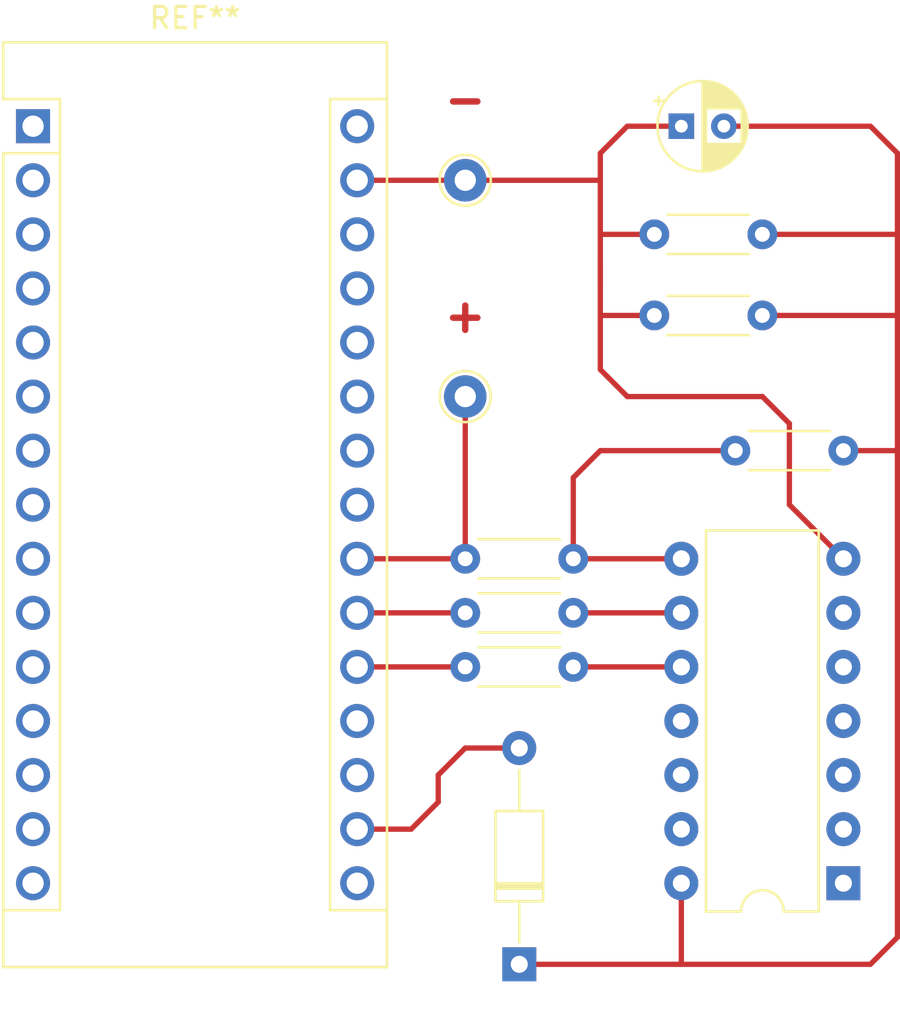
<source format=kicad_pcb>
(kicad_pcb (version 20171130) (host pcbnew "(5.1.6)-1")

  (general
    (thickness 1.6)
    (drawings 2)
    (tracks 41)
    (zones 0)
    (modules 12)
    (nets 1)
  )

  (page A4)
  (layers
    (0 F.Cu signal)
    (31 B.Cu signal)
    (32 B.Adhes user)
    (33 F.Adhes user)
    (34 B.Paste user)
    (35 F.Paste user)
    (36 B.SilkS user)
    (37 F.SilkS user)
    (38 B.Mask user)
    (39 F.Mask user)
    (40 Dwgs.User user)
    (41 Cmts.User user)
    (42 Eco1.User user)
    (43 Eco2.User user)
    (44 Edge.Cuts user)
    (45 Margin user)
    (46 B.CrtYd user)
    (47 F.CrtYd user)
    (48 B.Fab user)
    (49 F.Fab user)
  )

  (setup
    (last_trace_width 0.25)
    (trace_clearance 0.2)
    (zone_clearance 0.508)
    (zone_45_only no)
    (trace_min 0.2)
    (via_size 0.8)
    (via_drill 0.4)
    (via_min_size 0.4)
    (via_min_drill 0.3)
    (uvia_size 0.3)
    (uvia_drill 0.1)
    (uvias_allowed no)
    (uvia_min_size 0.2)
    (uvia_min_drill 0.1)
    (edge_width 0.05)
    (segment_width 0.2)
    (pcb_text_width 0.3)
    (pcb_text_size 1.5 1.5)
    (mod_edge_width 0.12)
    (mod_text_size 1 1)
    (mod_text_width 0.15)
    (pad_size 1.524 1.524)
    (pad_drill 0.762)
    (pad_to_mask_clearance 0.05)
    (aux_axis_origin 0 0)
    (visible_elements FFFFFF7F)
    (pcbplotparams
      (layerselection 0x010fc_ffffffff)
      (usegerberextensions false)
      (usegerberattributes true)
      (usegerberadvancedattributes true)
      (creategerberjobfile true)
      (excludeedgelayer true)
      (linewidth 0.100000)
      (plotframeref false)
      (viasonmask false)
      (mode 1)
      (useauxorigin false)
      (hpglpennumber 1)
      (hpglpenspeed 20)
      (hpglpendiameter 15.000000)
      (psnegative false)
      (psa4output false)
      (plotreference true)
      (plotvalue true)
      (plotinvisibletext false)
      (padsonsilk false)
      (subtractmaskfromsilk false)
      (outputformat 1)
      (mirror false)
      (drillshape 1)
      (scaleselection 1)
      (outputdirectory ""))
  )

  (net 0 "")

  (net_class Default "This is the default net class."
    (clearance 0.2)
    (trace_width 0.25)
    (via_dia 0.8)
    (via_drill 0.4)
    (uvia_dia 0.3)
    (uvia_drill 0.1)
  )

  (module TestPoint:TestPoint_THTPad_D2.0mm_Drill1.0mm (layer F.Cu) (tedit 5A0F774F) (tstamp 5EE4A65E)
    (at 60.96 96.52)
    (descr "THT pad as test Point, diameter 2.0mm, hole diameter 1.0mm")
    (tags "test point THT pad")
    (attr virtual)
    (fp_text reference REF** (at 0 -1.998) (layer F.SilkS) hide
      (effects (font (size 1 1) (thickness 0.15)))
    )
    (fp_text value TestPoint_THTPad_D2.0mm_Drill1.0mm (at 0 2.05) (layer F.Fab) hide
      (effects (font (size 1 1) (thickness 0.15)))
    )
    (fp_circle (center 0 0) (end 1.5 0) (layer F.CrtYd) (width 0.05))
    (fp_circle (center 0 0) (end 0 1.2) (layer F.SilkS) (width 0.12))
    (fp_text user %R (at 0 -2) (layer F.Fab) hide
      (effects (font (size 1 1) (thickness 0.15)))
    )
    (pad 1 thru_hole circle (at 0 0) (size 2 2) (drill 1) (layers *.Cu *.Mask))
  )

  (module TestPoint:TestPoint_THTPad_D2.0mm_Drill1.0mm (layer F.Cu) (tedit 5A0F774F) (tstamp 5EE4A5FD)
    (at 60.96 86.36)
    (descr "THT pad as test Point, diameter 2.0mm, hole diameter 1.0mm")
    (tags "test point THT pad")
    (attr virtual)
    (fp_text reference REF** (at 0 -1.998) (layer F.SilkS) hide
      (effects (font (size 1 1) (thickness 0.15)))
    )
    (fp_text value TestPoint_THTPad_D2.0mm_Drill1.0mm (at 0 2.05) (layer F.Fab) hide
      (effects (font (size 1 1) (thickness 0.15)))
    )
    (fp_text user %R (at 0 -2) (layer F.Fab) hide
      (effects (font (size 1 1) (thickness 0.15)))
    )
    (fp_circle (center 0 0) (end 1.5 0) (layer F.CrtYd) (width 0.05))
    (fp_circle (center 0 0) (end 0 1.2) (layer F.SilkS) (width 0.12))
    (pad 1 thru_hole circle (at 0 0) (size 2 2) (drill 1) (layers *.Cu *.Mask))
  )

  (module Diode_THT:D_DO-35_SOD27_P10.16mm_Horizontal (layer F.Cu) (tedit 5AE50CD5) (tstamp 5EE49FEC)
    (at 63.5 123.19 90)
    (descr "Diode, DO-35_SOD27 series, Axial, Horizontal, pin pitch=10.16mm, , length*diameter=4*2mm^2, , http://www.diodes.com/_files/packages/DO-35.pdf")
    (tags "Diode DO-35_SOD27 series Axial Horizontal pin pitch 10.16mm  length 4mm diameter 2mm")
    (fp_text reference 1N4007 (at 5.08 -2.12 90) (layer F.SilkS) hide
      (effects (font (size 1 1) (thickness 0.15)))
    )
    (fp_text value D_DO-35_SOD27_P10.16mm_Horizontal (at 5.08 2.12 90) (layer F.Fab) hide
      (effects (font (size 1 1) (thickness 0.15)))
    )
    (fp_line (start 11.21 -1.25) (end -1.05 -1.25) (layer F.CrtYd) (width 0.05))
    (fp_line (start 11.21 1.25) (end 11.21 -1.25) (layer F.CrtYd) (width 0.05))
    (fp_line (start -1.05 1.25) (end 11.21 1.25) (layer F.CrtYd) (width 0.05))
    (fp_line (start -1.05 -1.25) (end -1.05 1.25) (layer F.CrtYd) (width 0.05))
    (fp_line (start 3.56 -1.12) (end 3.56 1.12) (layer F.SilkS) (width 0.12))
    (fp_line (start 3.8 -1.12) (end 3.8 1.12) (layer F.SilkS) (width 0.12))
    (fp_line (start 3.68 -1.12) (end 3.68 1.12) (layer F.SilkS) (width 0.12))
    (fp_line (start 9.12 0) (end 7.2 0) (layer F.SilkS) (width 0.12))
    (fp_line (start 1.04 0) (end 2.96 0) (layer F.SilkS) (width 0.12))
    (fp_line (start 7.2 -1.12) (end 2.96 -1.12) (layer F.SilkS) (width 0.12))
    (fp_line (start 7.2 1.12) (end 7.2 -1.12) (layer F.SilkS) (width 0.12))
    (fp_line (start 2.96 1.12) (end 7.2 1.12) (layer F.SilkS) (width 0.12))
    (fp_line (start 2.96 -1.12) (end 2.96 1.12) (layer F.SilkS) (width 0.12))
    (fp_line (start 3.58 -1) (end 3.58 1) (layer F.Fab) (width 0.1))
    (fp_line (start 3.78 -1) (end 3.78 1) (layer F.Fab) (width 0.1))
    (fp_line (start 3.68 -1) (end 3.68 1) (layer F.Fab) (width 0.1))
    (fp_line (start 10.16 0) (end 7.08 0) (layer F.Fab) (width 0.1))
    (fp_line (start 0 0) (end 3.08 0) (layer F.Fab) (width 0.1))
    (fp_line (start 7.08 -1) (end 3.08 -1) (layer F.Fab) (width 0.1))
    (fp_line (start 7.08 1) (end 7.08 -1) (layer F.Fab) (width 0.1))
    (fp_line (start 3.08 1) (end 7.08 1) (layer F.Fab) (width 0.1))
    (fp_line (start 3.08 -1) (end 3.08 1) (layer F.Fab) (width 0.1))
    (fp_text user K (at 0 -1.8 90) (layer F.SilkS) hide
      (effects (font (size 1 1) (thickness 0.15)))
    )
    (fp_text user K (at 0 -1.8 90) (layer F.Fab) hide
      (effects (font (size 1 1) (thickness 0.15)))
    )
    (fp_text user %R (at 5.38 0 90) (layer F.Fab)
      (effects (font (size 0.8 0.8) (thickness 0.12)))
    )
    (pad 2 thru_hole oval (at 10.16 0 90) (size 1.6 1.6) (drill 0.8) (layers *.Cu *.Mask))
    (pad 1 thru_hole rect (at 0 0 90) (size 1.6 1.6) (drill 0.8) (layers *.Cu *.Mask))
    (model ${KISYS3DMOD}/Diode_THT.3dshapes/D_DO-35_SOD27_P10.16mm_Horizontal.wrl
      (at (xyz 0 0 0))
      (scale (xyz 1 1 1))
      (rotate (xyz 0 0 0))
    )
  )

  (module Resistor_THT:R_Axial_DIN0204_L3.6mm_D1.6mm_P5.08mm_Horizontal (layer F.Cu) (tedit 5AE5139B) (tstamp 5EE46609)
    (at 69.85 92.71)
    (descr "Resistor, Axial_DIN0204 series, Axial, Horizontal, pin pitch=5.08mm, 0.167W, length*diameter=3.6*1.6mm^2, http://cdn-reichelt.de/documents/datenblatt/B400/1_4W%23YAG.pdf")
    (tags "Resistor Axial_DIN0204 series Axial Horizontal pin pitch 5.08mm 0.167W length 3.6mm diameter 1.6mm")
    (fp_text reference 100k (at 2.54 -1.92) (layer F.SilkS) hide
      (effects (font (size 1 1) (thickness 0.15)))
    )
    (fp_text value R_Axial_DIN0204_L3.6mm_D1.6mm_P5.08mm_Horizontal (at 2.54 1.92) (layer F.Fab) hide
      (effects (font (size 1 1) (thickness 0.15)))
    )
    (fp_line (start 0.74 -0.8) (end 0.74 0.8) (layer F.Fab) (width 0.1))
    (fp_line (start 0.74 0.8) (end 4.34 0.8) (layer F.Fab) (width 0.1))
    (fp_line (start 4.34 0.8) (end 4.34 -0.8) (layer F.Fab) (width 0.1))
    (fp_line (start 4.34 -0.8) (end 0.74 -0.8) (layer F.Fab) (width 0.1))
    (fp_line (start 0 0) (end 0.74 0) (layer F.Fab) (width 0.1))
    (fp_line (start 5.08 0) (end 4.34 0) (layer F.Fab) (width 0.1))
    (fp_line (start 0.62 -0.92) (end 4.46 -0.92) (layer F.SilkS) (width 0.12))
    (fp_line (start 0.62 0.92) (end 4.46 0.92) (layer F.SilkS) (width 0.12))
    (fp_line (start -0.95 -1.05) (end -0.95 1.05) (layer F.CrtYd) (width 0.05))
    (fp_line (start -0.95 1.05) (end 6.03 1.05) (layer F.CrtYd) (width 0.05))
    (fp_line (start 6.03 1.05) (end 6.03 -1.05) (layer F.CrtYd) (width 0.05))
    (fp_line (start 6.03 -1.05) (end -0.95 -1.05) (layer F.CrtYd) (width 0.05))
    (fp_text user %R (at 2.54 0) (layer F.Fab)
      (effects (font (size 0.72 0.72) (thickness 0.108)))
    )
    (pad 2 thru_hole oval (at 5.08 0) (size 1.4 1.4) (drill 0.7) (layers *.Cu *.Mask))
    (pad 1 thru_hole circle (at 0 0) (size 1.4 1.4) (drill 0.7) (layers *.Cu *.Mask))
    (model ${KISYS3DMOD}/Resistor_THT.3dshapes/R_Axial_DIN0204_L3.6mm_D1.6mm_P5.08mm_Horizontal.wrl
      (at (xyz 0 0 0))
      (scale (xyz 1 1 1))
      (rotate (xyz 0 0 0))
    )
  )

  (module Capacitor_THT:CP_Radial_D4.0mm_P2.00mm (layer F.Cu) (tedit 5AE50EF0) (tstamp 5EE485DC)
    (at 71.12 83.82)
    (descr "CP, Radial series, Radial, pin pitch=2.00mm, , diameter=4mm, Electrolytic Capacitor")
    (tags "CP Radial series Radial pin pitch 2.00mm  diameter 4mm Electrolytic Capacitor")
    (fp_text reference "1 uF" (at 1 -3.25) (layer F.SilkS) hide
      (effects (font (size 1 1) (thickness 0.15)))
    )
    (fp_text value CP_Radial_D4.0mm_P2.00mm (at 1 3.25) (layer F.Fab) hide
      (effects (font (size 1 1) (thickness 0.15)))
    )
    (fp_text user %R (at 1 0) (layer F.Fab)
      (effects (font (size 0.8 0.8) (thickness 0.12)))
    )
    (fp_circle (center 1 0) (end 3 0) (layer F.Fab) (width 0.1))
    (fp_circle (center 1 0) (end 3.12 0) (layer F.SilkS) (width 0.12))
    (fp_circle (center 1 0) (end 3.25 0) (layer F.CrtYd) (width 0.05))
    (fp_line (start -0.702554 -0.8675) (end -0.302554 -0.8675) (layer F.Fab) (width 0.1))
    (fp_line (start -0.502554 -1.0675) (end -0.502554 -0.6675) (layer F.Fab) (width 0.1))
    (fp_line (start 1 -2.08) (end 1 2.08) (layer F.SilkS) (width 0.12))
    (fp_line (start 1.04 -2.08) (end 1.04 2.08) (layer F.SilkS) (width 0.12))
    (fp_line (start 1.08 -2.079) (end 1.08 2.079) (layer F.SilkS) (width 0.12))
    (fp_line (start 1.12 -2.077) (end 1.12 2.077) (layer F.SilkS) (width 0.12))
    (fp_line (start 1.16 -2.074) (end 1.16 2.074) (layer F.SilkS) (width 0.12))
    (fp_line (start 1.2 -2.071) (end 1.2 -0.84) (layer F.SilkS) (width 0.12))
    (fp_line (start 1.2 0.84) (end 1.2 2.071) (layer F.SilkS) (width 0.12))
    (fp_line (start 1.24 -2.067) (end 1.24 -0.84) (layer F.SilkS) (width 0.12))
    (fp_line (start 1.24 0.84) (end 1.24 2.067) (layer F.SilkS) (width 0.12))
    (fp_line (start 1.28 -2.062) (end 1.28 -0.84) (layer F.SilkS) (width 0.12))
    (fp_line (start 1.28 0.84) (end 1.28 2.062) (layer F.SilkS) (width 0.12))
    (fp_line (start 1.32 -2.056) (end 1.32 -0.84) (layer F.SilkS) (width 0.12))
    (fp_line (start 1.32 0.84) (end 1.32 2.056) (layer F.SilkS) (width 0.12))
    (fp_line (start 1.36 -2.05) (end 1.36 -0.84) (layer F.SilkS) (width 0.12))
    (fp_line (start 1.36 0.84) (end 1.36 2.05) (layer F.SilkS) (width 0.12))
    (fp_line (start 1.4 -2.042) (end 1.4 -0.84) (layer F.SilkS) (width 0.12))
    (fp_line (start 1.4 0.84) (end 1.4 2.042) (layer F.SilkS) (width 0.12))
    (fp_line (start 1.44 -2.034) (end 1.44 -0.84) (layer F.SilkS) (width 0.12))
    (fp_line (start 1.44 0.84) (end 1.44 2.034) (layer F.SilkS) (width 0.12))
    (fp_line (start 1.48 -2.025) (end 1.48 -0.84) (layer F.SilkS) (width 0.12))
    (fp_line (start 1.48 0.84) (end 1.48 2.025) (layer F.SilkS) (width 0.12))
    (fp_line (start 1.52 -2.016) (end 1.52 -0.84) (layer F.SilkS) (width 0.12))
    (fp_line (start 1.52 0.84) (end 1.52 2.016) (layer F.SilkS) (width 0.12))
    (fp_line (start 1.56 -2.005) (end 1.56 -0.84) (layer F.SilkS) (width 0.12))
    (fp_line (start 1.56 0.84) (end 1.56 2.005) (layer F.SilkS) (width 0.12))
    (fp_line (start 1.6 -1.994) (end 1.6 -0.84) (layer F.SilkS) (width 0.12))
    (fp_line (start 1.6 0.84) (end 1.6 1.994) (layer F.SilkS) (width 0.12))
    (fp_line (start 1.64 -1.982) (end 1.64 -0.84) (layer F.SilkS) (width 0.12))
    (fp_line (start 1.64 0.84) (end 1.64 1.982) (layer F.SilkS) (width 0.12))
    (fp_line (start 1.68 -1.968) (end 1.68 -0.84) (layer F.SilkS) (width 0.12))
    (fp_line (start 1.68 0.84) (end 1.68 1.968) (layer F.SilkS) (width 0.12))
    (fp_line (start 1.721 -1.954) (end 1.721 -0.84) (layer F.SilkS) (width 0.12))
    (fp_line (start 1.721 0.84) (end 1.721 1.954) (layer F.SilkS) (width 0.12))
    (fp_line (start 1.761 -1.94) (end 1.761 -0.84) (layer F.SilkS) (width 0.12))
    (fp_line (start 1.761 0.84) (end 1.761 1.94) (layer F.SilkS) (width 0.12))
    (fp_line (start 1.801 -1.924) (end 1.801 -0.84) (layer F.SilkS) (width 0.12))
    (fp_line (start 1.801 0.84) (end 1.801 1.924) (layer F.SilkS) (width 0.12))
    (fp_line (start 1.841 -1.907) (end 1.841 -0.84) (layer F.SilkS) (width 0.12))
    (fp_line (start 1.841 0.84) (end 1.841 1.907) (layer F.SilkS) (width 0.12))
    (fp_line (start 1.881 -1.889) (end 1.881 -0.84) (layer F.SilkS) (width 0.12))
    (fp_line (start 1.881 0.84) (end 1.881 1.889) (layer F.SilkS) (width 0.12))
    (fp_line (start 1.921 -1.87) (end 1.921 -0.84) (layer F.SilkS) (width 0.12))
    (fp_line (start 1.921 0.84) (end 1.921 1.87) (layer F.SilkS) (width 0.12))
    (fp_line (start 1.961 -1.851) (end 1.961 -0.84) (layer F.SilkS) (width 0.12))
    (fp_line (start 1.961 0.84) (end 1.961 1.851) (layer F.SilkS) (width 0.12))
    (fp_line (start 2.001 -1.83) (end 2.001 -0.84) (layer F.SilkS) (width 0.12))
    (fp_line (start 2.001 0.84) (end 2.001 1.83) (layer F.SilkS) (width 0.12))
    (fp_line (start 2.041 -1.808) (end 2.041 -0.84) (layer F.SilkS) (width 0.12))
    (fp_line (start 2.041 0.84) (end 2.041 1.808) (layer F.SilkS) (width 0.12))
    (fp_line (start 2.081 -1.785) (end 2.081 -0.84) (layer F.SilkS) (width 0.12))
    (fp_line (start 2.081 0.84) (end 2.081 1.785) (layer F.SilkS) (width 0.12))
    (fp_line (start 2.121 -1.76) (end 2.121 -0.84) (layer F.SilkS) (width 0.12))
    (fp_line (start 2.121 0.84) (end 2.121 1.76) (layer F.SilkS) (width 0.12))
    (fp_line (start 2.161 -1.735) (end 2.161 -0.84) (layer F.SilkS) (width 0.12))
    (fp_line (start 2.161 0.84) (end 2.161 1.735) (layer F.SilkS) (width 0.12))
    (fp_line (start 2.201 -1.708) (end 2.201 -0.84) (layer F.SilkS) (width 0.12))
    (fp_line (start 2.201 0.84) (end 2.201 1.708) (layer F.SilkS) (width 0.12))
    (fp_line (start 2.241 -1.68) (end 2.241 -0.84) (layer F.SilkS) (width 0.12))
    (fp_line (start 2.241 0.84) (end 2.241 1.68) (layer F.SilkS) (width 0.12))
    (fp_line (start 2.281 -1.65) (end 2.281 -0.84) (layer F.SilkS) (width 0.12))
    (fp_line (start 2.281 0.84) (end 2.281 1.65) (layer F.SilkS) (width 0.12))
    (fp_line (start 2.321 -1.619) (end 2.321 -0.84) (layer F.SilkS) (width 0.12))
    (fp_line (start 2.321 0.84) (end 2.321 1.619) (layer F.SilkS) (width 0.12))
    (fp_line (start 2.361 -1.587) (end 2.361 -0.84) (layer F.SilkS) (width 0.12))
    (fp_line (start 2.361 0.84) (end 2.361 1.587) (layer F.SilkS) (width 0.12))
    (fp_line (start 2.401 -1.552) (end 2.401 -0.84) (layer F.SilkS) (width 0.12))
    (fp_line (start 2.401 0.84) (end 2.401 1.552) (layer F.SilkS) (width 0.12))
    (fp_line (start 2.441 -1.516) (end 2.441 -0.84) (layer F.SilkS) (width 0.12))
    (fp_line (start 2.441 0.84) (end 2.441 1.516) (layer F.SilkS) (width 0.12))
    (fp_line (start 2.481 -1.478) (end 2.481 -0.84) (layer F.SilkS) (width 0.12))
    (fp_line (start 2.481 0.84) (end 2.481 1.478) (layer F.SilkS) (width 0.12))
    (fp_line (start 2.521 -1.438) (end 2.521 -0.84) (layer F.SilkS) (width 0.12))
    (fp_line (start 2.521 0.84) (end 2.521 1.438) (layer F.SilkS) (width 0.12))
    (fp_line (start 2.561 -1.396) (end 2.561 -0.84) (layer F.SilkS) (width 0.12))
    (fp_line (start 2.561 0.84) (end 2.561 1.396) (layer F.SilkS) (width 0.12))
    (fp_line (start 2.601 -1.351) (end 2.601 -0.84) (layer F.SilkS) (width 0.12))
    (fp_line (start 2.601 0.84) (end 2.601 1.351) (layer F.SilkS) (width 0.12))
    (fp_line (start 2.641 -1.304) (end 2.641 -0.84) (layer F.SilkS) (width 0.12))
    (fp_line (start 2.641 0.84) (end 2.641 1.304) (layer F.SilkS) (width 0.12))
    (fp_line (start 2.681 -1.254) (end 2.681 -0.84) (layer F.SilkS) (width 0.12))
    (fp_line (start 2.681 0.84) (end 2.681 1.254) (layer F.SilkS) (width 0.12))
    (fp_line (start 2.721 -1.2) (end 2.721 -0.84) (layer F.SilkS) (width 0.12))
    (fp_line (start 2.721 0.84) (end 2.721 1.2) (layer F.SilkS) (width 0.12))
    (fp_line (start 2.761 -1.142) (end 2.761 -0.84) (layer F.SilkS) (width 0.12))
    (fp_line (start 2.761 0.84) (end 2.761 1.142) (layer F.SilkS) (width 0.12))
    (fp_line (start 2.801 -1.08) (end 2.801 -0.84) (layer F.SilkS) (width 0.12))
    (fp_line (start 2.801 0.84) (end 2.801 1.08) (layer F.SilkS) (width 0.12))
    (fp_line (start 2.841 -1.013) (end 2.841 1.013) (layer F.SilkS) (width 0.12))
    (fp_line (start 2.881 -0.94) (end 2.881 0.94) (layer F.SilkS) (width 0.12))
    (fp_line (start 2.921 -0.859) (end 2.921 0.859) (layer F.SilkS) (width 0.12))
    (fp_line (start 2.961 -0.768) (end 2.961 0.768) (layer F.SilkS) (width 0.12))
    (fp_line (start 3.001 -0.664) (end 3.001 0.664) (layer F.SilkS) (width 0.12))
    (fp_line (start 3.041 -0.537) (end 3.041 0.537) (layer F.SilkS) (width 0.12))
    (fp_line (start 3.081 -0.37) (end 3.081 0.37) (layer F.SilkS) (width 0.12))
    (fp_line (start -1.269801 -1.195) (end -0.869801 -1.195) (layer F.SilkS) (width 0.12))
    (fp_line (start -1.069801 -1.395) (end -1.069801 -0.995) (layer F.SilkS) (width 0.12))
    (pad 2 thru_hole circle (at 2 0) (size 1.2 1.2) (drill 0.6) (layers *.Cu *.Mask))
    (pad 1 thru_hole rect (at 0 0) (size 1.2 1.2) (drill 0.6) (layers *.Cu *.Mask))
    (model ${KISYS3DMOD}/Capacitor_THT.3dshapes/CP_Radial_D4.0mm_P2.00mm.wrl
      (at (xyz 0 0 0))
      (scale (xyz 1 1 1))
      (rotate (xyz 0 0 0))
    )
  )

  (module Resistor_THT:R_Axial_DIN0204_L3.6mm_D1.6mm_P5.08mm_Horizontal (layer F.Cu) (tedit 5AE5139B) (tstamp 5EE46609)
    (at 69.85 88.9)
    (descr "Resistor, Axial_DIN0204 series, Axial, Horizontal, pin pitch=5.08mm, 0.167W, length*diameter=3.6*1.6mm^2, http://cdn-reichelt.de/documents/datenblatt/B400/1_4W%23YAG.pdf")
    (tags "Resistor Axial_DIN0204 series Axial Horizontal pin pitch 5.08mm 0.167W length 3.6mm diameter 1.6mm")
    (fp_text reference 0.1uF (at 2.54 -1.92) (layer F.SilkS) hide
      (effects (font (size 1 1) (thickness 0.15)))
    )
    (fp_text value R_Axial_DIN0204_L3.6mm_D1.6mm_P5.08mm_Horizontal (at 2.54 1.92) (layer F.Fab) hide
      (effects (font (size 1 1) (thickness 0.15)))
    )
    (fp_line (start 0.74 -0.8) (end 0.74 0.8) (layer F.Fab) (width 0.1))
    (fp_line (start 0.74 0.8) (end 4.34 0.8) (layer F.Fab) (width 0.1))
    (fp_line (start 4.34 0.8) (end 4.34 -0.8) (layer F.Fab) (width 0.1))
    (fp_line (start 4.34 -0.8) (end 0.74 -0.8) (layer F.Fab) (width 0.1))
    (fp_line (start 0 0) (end 0.74 0) (layer F.Fab) (width 0.1))
    (fp_line (start 5.08 0) (end 4.34 0) (layer F.Fab) (width 0.1))
    (fp_line (start 0.62 -0.92) (end 4.46 -0.92) (layer F.SilkS) (width 0.12))
    (fp_line (start 0.62 0.92) (end 4.46 0.92) (layer F.SilkS) (width 0.12))
    (fp_line (start -0.95 -1.05) (end -0.95 1.05) (layer F.CrtYd) (width 0.05))
    (fp_line (start -0.95 1.05) (end 6.03 1.05) (layer F.CrtYd) (width 0.05))
    (fp_line (start 6.03 1.05) (end 6.03 -1.05) (layer F.CrtYd) (width 0.05))
    (fp_line (start 6.03 -1.05) (end -0.95 -1.05) (layer F.CrtYd) (width 0.05))
    (fp_text user %R (at 2.54 0) (layer F.Fab)
      (effects (font (size 0.72 0.72) (thickness 0.108)))
    )
    (pad 2 thru_hole oval (at 5.08 0) (size 1.4 1.4) (drill 0.7) (layers *.Cu *.Mask))
    (pad 1 thru_hole circle (at 0 0) (size 1.4 1.4) (drill 0.7) (layers *.Cu *.Mask))
    (model ${KISYS3DMOD}/Resistor_THT.3dshapes/R_Axial_DIN0204_L3.6mm_D1.6mm_P5.08mm_Horizontal.wrl
      (at (xyz 0 0 0))
      (scale (xyz 1 1 1))
      (rotate (xyz 0 0 0))
    )
  )

  (module Resistor_THT:R_Axial_DIN0204_L3.6mm_D1.6mm_P5.08mm_Horizontal (layer F.Cu) (tedit 5AE5139B) (tstamp 5EE465B8)
    (at 60.96 104.14)
    (descr "Resistor, Axial_DIN0204 series, Axial, Horizontal, pin pitch=5.08mm, 0.167W, length*diameter=3.6*1.6mm^2, http://cdn-reichelt.de/documents/datenblatt/B400/1_4W%23YAG.pdf")
    (tags "Resistor Axial_DIN0204 series Axial Horizontal pin pitch 5.08mm 0.167W length 3.6mm diameter 1.6mm")
    (fp_text reference 1k (at 2.54 -1.92) (layer F.SilkS) hide
      (effects (font (size 1 1) (thickness 0.15)))
    )
    (fp_text value R_Axial_DIN0204_L3.6mm_D1.6mm_P5.08mm_Horizontal (at 2.54 1.92) (layer F.Fab) hide
      (effects (font (size 1 1) (thickness 0.15)))
    )
    (fp_line (start 0.74 -0.8) (end 0.74 0.8) (layer F.Fab) (width 0.1))
    (fp_line (start 0.74 0.8) (end 4.34 0.8) (layer F.Fab) (width 0.1))
    (fp_line (start 4.34 0.8) (end 4.34 -0.8) (layer F.Fab) (width 0.1))
    (fp_line (start 4.34 -0.8) (end 0.74 -0.8) (layer F.Fab) (width 0.1))
    (fp_line (start 0 0) (end 0.74 0) (layer F.Fab) (width 0.1))
    (fp_line (start 5.08 0) (end 4.34 0) (layer F.Fab) (width 0.1))
    (fp_line (start 0.62 -0.92) (end 4.46 -0.92) (layer F.SilkS) (width 0.12))
    (fp_line (start 0.62 0.92) (end 4.46 0.92) (layer F.SilkS) (width 0.12))
    (fp_line (start -0.95 -1.05) (end -0.95 1.05) (layer F.CrtYd) (width 0.05))
    (fp_line (start -0.95 1.05) (end 6.03 1.05) (layer F.CrtYd) (width 0.05))
    (fp_line (start 6.03 1.05) (end 6.03 -1.05) (layer F.CrtYd) (width 0.05))
    (fp_line (start 6.03 -1.05) (end -0.95 -1.05) (layer F.CrtYd) (width 0.05))
    (fp_text user %R (at 2.54 0) (layer F.Fab)
      (effects (font (size 0.72 0.72) (thickness 0.108)))
    )
    (pad 1 thru_hole circle (at 0 0) (size 1.4 1.4) (drill 0.7) (layers *.Cu *.Mask))
    (pad 2 thru_hole oval (at 5.08 0) (size 1.4 1.4) (drill 0.7) (layers *.Cu *.Mask))
    (model ${KISYS3DMOD}/Resistor_THT.3dshapes/R_Axial_DIN0204_L3.6mm_D1.6mm_P5.08mm_Horizontal.wrl
      (at (xyz 0 0 0))
      (scale (xyz 1 1 1))
      (rotate (xyz 0 0 0))
    )
  )

  (module Resistor_THT:R_Axial_DIN0204_L3.6mm_D1.6mm_P5.08mm_Horizontal (layer F.Cu) (tedit 5AE5139B) (tstamp 5EE465A6)
    (at 60.96 106.68)
    (descr "Resistor, Axial_DIN0204 series, Axial, Horizontal, pin pitch=5.08mm, 0.167W, length*diameter=3.6*1.6mm^2, http://cdn-reichelt.de/documents/datenblatt/B400/1_4W%23YAG.pdf")
    (tags "Resistor Axial_DIN0204 series Axial Horizontal pin pitch 5.08mm 0.167W length 3.6mm diameter 1.6mm")
    (fp_text reference REF** (at 2.54 -1.92) (layer F.SilkS) hide
      (effects (font (size 1 1) (thickness 0.15)))
    )
    (fp_text value R_Axial_DIN0204_L3.6mm_D1.6mm_P5.08mm_Horizontal (at 2.54 1.92) (layer F.Fab) hide
      (effects (font (size 1 1) (thickness 0.15)))
    )
    (fp_line (start 0.74 -0.8) (end 0.74 0.8) (layer F.Fab) (width 0.1))
    (fp_line (start 0.74 0.8) (end 4.34 0.8) (layer F.Fab) (width 0.1))
    (fp_line (start 4.34 0.8) (end 4.34 -0.8) (layer F.Fab) (width 0.1))
    (fp_line (start 4.34 -0.8) (end 0.74 -0.8) (layer F.Fab) (width 0.1))
    (fp_line (start 0 0) (end 0.74 0) (layer F.Fab) (width 0.1))
    (fp_line (start 5.08 0) (end 4.34 0) (layer F.Fab) (width 0.1))
    (fp_line (start 0.62 -0.92) (end 4.46 -0.92) (layer F.SilkS) (width 0.12))
    (fp_line (start 0.62 0.92) (end 4.46 0.92) (layer F.SilkS) (width 0.12))
    (fp_line (start -0.95 -1.05) (end -0.95 1.05) (layer F.CrtYd) (width 0.05))
    (fp_line (start -0.95 1.05) (end 6.03 1.05) (layer F.CrtYd) (width 0.05))
    (fp_line (start 6.03 1.05) (end 6.03 -1.05) (layer F.CrtYd) (width 0.05))
    (fp_line (start 6.03 -1.05) (end -0.95 -1.05) (layer F.CrtYd) (width 0.05))
    (fp_text user 10k (at 2.54 0) (layer F.Fab)
      (effects (font (size 0.72 0.72) (thickness 0.108)))
    )
    (pad 1 thru_hole circle (at 0 0) (size 1.4 1.4) (drill 0.7) (layers *.Cu *.Mask))
    (pad 2 thru_hole oval (at 5.08 0) (size 1.4 1.4) (drill 0.7) (layers *.Cu *.Mask))
    (model ${KISYS3DMOD}/Resistor_THT.3dshapes/R_Axial_DIN0204_L3.6mm_D1.6mm_P5.08mm_Horizontal.wrl
      (at (xyz 0 0 0))
      (scale (xyz 1 1 1))
      (rotate (xyz 0 0 0))
    )
  )

  (module Resistor_THT:R_Axial_DIN0204_L3.6mm_D1.6mm_P5.08mm_Horizontal (layer F.Cu) (tedit 5AE5139B) (tstamp 5EE4655C)
    (at 73.66 99.06)
    (descr "Resistor, Axial_DIN0204 series, Axial, Horizontal, pin pitch=5.08mm, 0.167W, length*diameter=3.6*1.6mm^2, http://cdn-reichelt.de/documents/datenblatt/B400/1_4W%23YAG.pdf")
    (tags "Resistor Axial_DIN0204 series Axial Horizontal pin pitch 5.08mm 0.167W length 3.6mm diameter 1.6mm")
    (fp_text reference 100k (at 2.54 -1.92) (layer F.SilkS) hide
      (effects (font (size 1 1) (thickness 0.15)))
    )
    (fp_text value R_Axial_DIN0204_L3.6mm_D1.6mm_P5.08mm_Horizontal (at 2.54 1.92) (layer F.Fab) hide
      (effects (font (size 1 1) (thickness 0.15)))
    )
    (fp_text user %R (at 2.54 0) (layer F.Fab)
      (effects (font (size 0.72 0.72) (thickness 0.108)))
    )
    (fp_line (start 0.74 -0.8) (end 0.74 0.8) (layer F.Fab) (width 0.1))
    (fp_line (start 0.74 0.8) (end 4.34 0.8) (layer F.Fab) (width 0.1))
    (fp_line (start 4.34 0.8) (end 4.34 -0.8) (layer F.Fab) (width 0.1))
    (fp_line (start 4.34 -0.8) (end 0.74 -0.8) (layer F.Fab) (width 0.1))
    (fp_line (start 0 0) (end 0.74 0) (layer F.Fab) (width 0.1))
    (fp_line (start 5.08 0) (end 4.34 0) (layer F.Fab) (width 0.1))
    (fp_line (start 0.62 -0.92) (end 4.46 -0.92) (layer F.SilkS) (width 0.12))
    (fp_line (start 0.62 0.92) (end 4.46 0.92) (layer F.SilkS) (width 0.12))
    (fp_line (start -0.95 -1.05) (end -0.95 1.05) (layer F.CrtYd) (width 0.05))
    (fp_line (start -0.95 1.05) (end 6.03 1.05) (layer F.CrtYd) (width 0.05))
    (fp_line (start 6.03 1.05) (end 6.03 -1.05) (layer F.CrtYd) (width 0.05))
    (fp_line (start 6.03 -1.05) (end -0.95 -1.05) (layer F.CrtYd) (width 0.05))
    (pad 2 thru_hole oval (at 5.08 0) (size 1.4 1.4) (drill 0.7) (layers *.Cu *.Mask))
    (pad 1 thru_hole circle (at 0 0) (size 1.4 1.4) (drill 0.7) (layers *.Cu *.Mask))
    (model ${KISYS3DMOD}/Resistor_THT.3dshapes/R_Axial_DIN0204_L3.6mm_D1.6mm_P5.08mm_Horizontal.wrl
      (at (xyz 0 0 0))
      (scale (xyz 1 1 1))
      (rotate (xyz 0 0 0))
    )
  )

  (module Resistor_THT:R_Axial_DIN0204_L3.6mm_D1.6mm_P5.08mm_Horizontal (layer F.Cu) (tedit 5AE5139B) (tstamp 5EE46513)
    (at 60.96 109.22)
    (descr "Resistor, Axial_DIN0204 series, Axial, Horizontal, pin pitch=5.08mm, 0.167W, length*diameter=3.6*1.6mm^2, http://cdn-reichelt.de/documents/datenblatt/B400/1_4W%23YAG.pdf")
    (tags "Resistor Axial_DIN0204 series Axial Horizontal pin pitch 5.08mm 0.167W length 3.6mm diameter 1.6mm")
    (fp_text reference REF** (at 2.54 -1.92) (layer F.SilkS) hide
      (effects (font (size 1 1) (thickness 0.15)))
    )
    (fp_text value R_Axial_DIN0204_L3.6mm_D1.6mm_P5.08mm_Horizontal (at 2.54 1.92) (layer F.Fab) hide
      (effects (font (size 1 1) (thickness 0.15)))
    )
    (fp_text user 10k (at 2.54 0) (layer F.Fab)
      (effects (font (size 0.72 0.72) (thickness 0.108)))
    )
    (fp_line (start 0.74 -0.8) (end 0.74 0.8) (layer F.Fab) (width 0.1))
    (fp_line (start 0.74 0.8) (end 4.34 0.8) (layer F.Fab) (width 0.1))
    (fp_line (start 4.34 0.8) (end 4.34 -0.8) (layer F.Fab) (width 0.1))
    (fp_line (start 4.34 -0.8) (end 0.74 -0.8) (layer F.Fab) (width 0.1))
    (fp_line (start 0 0) (end 0.74 0) (layer F.Fab) (width 0.1))
    (fp_line (start 5.08 0) (end 4.34 0) (layer F.Fab) (width 0.1))
    (fp_line (start 0.62 -0.92) (end 4.46 -0.92) (layer F.SilkS) (width 0.12))
    (fp_line (start 0.62 0.92) (end 4.46 0.92) (layer F.SilkS) (width 0.12))
    (fp_line (start -0.95 -1.05) (end -0.95 1.05) (layer F.CrtYd) (width 0.05))
    (fp_line (start -0.95 1.05) (end 6.03 1.05) (layer F.CrtYd) (width 0.05))
    (fp_line (start 6.03 1.05) (end 6.03 -1.05) (layer F.CrtYd) (width 0.05))
    (fp_line (start 6.03 -1.05) (end -0.95 -1.05) (layer F.CrtYd) (width 0.05))
    (pad 2 thru_hole oval (at 5.08 0) (size 1.4 1.4) (drill 0.7) (layers *.Cu *.Mask))
    (pad 1 thru_hole circle (at 0 0) (size 1.4 1.4) (drill 0.7) (layers *.Cu *.Mask))
    (model ${KISYS3DMOD}/Resistor_THT.3dshapes/R_Axial_DIN0204_L3.6mm_D1.6mm_P5.08mm_Horizontal.wrl
      (at (xyz 0 0 0))
      (scale (xyz 1 1 1))
      (rotate (xyz 0 0 0))
    )
  )

  (module Package_DIP:DIP-14_W7.62mm (layer F.Cu) (tedit 5A02E8C5) (tstamp 5EE459C3)
    (at 78.74 119.38 180)
    (descr "14-lead though-hole mounted DIP package, row spacing 7.62 mm (300 mils)")
    (tags "THT DIP DIL PDIP 2.54mm 7.62mm 300mil")
    (fp_text reference REF** (at 3.81 -2.33) (layer F.SilkS) hide
      (effects (font (size 1 1) (thickness 0.15)))
    )
    (fp_text value DIP-14_W7.62mm (at 3.81 17.57) (layer F.Fab) hide
      (effects (font (size 1 1) (thickness 0.15)))
    )
    (fp_text user 74HC125 (at 3.81 7.62 90 unlocked) (layer F.Fab)
      (effects (font (size 1 1) (thickness 0.15)))
    )
    (fp_arc (start 3.81 -1.33) (end 2.81 -1.33) (angle -180) (layer F.SilkS) (width 0.12))
    (fp_line (start 1.635 -1.27) (end 6.985 -1.27) (layer F.Fab) (width 0.1))
    (fp_line (start 6.985 -1.27) (end 6.985 16.51) (layer F.Fab) (width 0.1))
    (fp_line (start 6.985 16.51) (end 0.635 16.51) (layer F.Fab) (width 0.1))
    (fp_line (start 0.635 16.51) (end 0.635 -0.27) (layer F.Fab) (width 0.1))
    (fp_line (start 0.635 -0.27) (end 1.635 -1.27) (layer F.Fab) (width 0.1))
    (fp_line (start 2.81 -1.33) (end 1.16 -1.33) (layer F.SilkS) (width 0.12))
    (fp_line (start 1.16 -1.33) (end 1.16 16.57) (layer F.SilkS) (width 0.12))
    (fp_line (start 1.16 16.57) (end 6.46 16.57) (layer F.SilkS) (width 0.12))
    (fp_line (start 6.46 16.57) (end 6.46 -1.33) (layer F.SilkS) (width 0.12))
    (fp_line (start 6.46 -1.33) (end 4.81 -1.33) (layer F.SilkS) (width 0.12))
    (fp_line (start -1.1 -1.55) (end -1.1 16.8) (layer F.CrtYd) (width 0.05))
    (fp_line (start -1.1 16.8) (end 8.7 16.8) (layer F.CrtYd) (width 0.05))
    (fp_line (start 8.7 16.8) (end 8.7 -1.55) (layer F.CrtYd) (width 0.05))
    (fp_line (start 8.7 -1.55) (end -1.1 -1.55) (layer F.CrtYd) (width 0.05))
    (pad 14 thru_hole oval (at 7.62 0 180) (size 1.6 1.6) (drill 0.8) (layers *.Cu *.Mask))
    (pad 7 thru_hole oval (at 0 15.24 180) (size 1.6 1.6) (drill 0.8) (layers *.Cu *.Mask))
    (pad 13 thru_hole oval (at 7.62 2.54 180) (size 1.6 1.6) (drill 0.8) (layers *.Cu *.Mask))
    (pad 6 thru_hole oval (at 0 12.7 180) (size 1.6 1.6) (drill 0.8) (layers *.Cu *.Mask))
    (pad 12 thru_hole oval (at 7.62 5.08 180) (size 1.6 1.6) (drill 0.8) (layers *.Cu *.Mask))
    (pad 5 thru_hole oval (at 0 10.16 180) (size 1.6 1.6) (drill 0.8) (layers *.Cu *.Mask))
    (pad 11 thru_hole oval (at 7.62 7.62 180) (size 1.6 1.6) (drill 0.8) (layers *.Cu *.Mask))
    (pad 4 thru_hole oval (at 0 7.62 180) (size 1.6 1.6) (drill 0.8) (layers *.Cu *.Mask))
    (pad 10 thru_hole oval (at 7.62 10.16 180) (size 1.6 1.6) (drill 0.8) (layers *.Cu *.Mask))
    (pad 3 thru_hole oval (at 0 5.08 180) (size 1.6 1.6) (drill 0.8) (layers *.Cu *.Mask))
    (pad 9 thru_hole oval (at 7.62 12.7 180) (size 1.6 1.6) (drill 0.8) (layers *.Cu *.Mask))
    (pad 2 thru_hole oval (at 0 2.54 180) (size 1.6 1.6) (drill 0.8) (layers *.Cu *.Mask))
    (pad 8 thru_hole oval (at 7.62 15.24 180) (size 1.6 1.6) (drill 0.8) (layers *.Cu *.Mask))
    (pad 1 thru_hole rect (at 0 0 180) (size 1.6 1.6) (drill 0.8) (layers *.Cu *.Mask))
    (model ${KISYS3DMOD}/Package_DIP.3dshapes/DIP-14_W7.62mm.wrl
      (at (xyz 0 0 0))
      (scale (xyz 1 1 1))
      (rotate (xyz 0 0 0))
    )
  )

  (module Module:Arduino_Nano (layer F.Cu) (tedit 58ACAF70) (tstamp 5EE3EC26)
    (at 40.64 83.82)
    (descr "Arduino Nano, http://www.mouser.com/pdfdocs/Gravitech_Arduino_Nano3_0.pdf")
    (tags "Arduino Nano")
    (fp_text reference REF** (at 7.62 -5.08) (layer F.SilkS)
      (effects (font (size 1 1) (thickness 0.15)))
    )
    (fp_text value Arduino_Nano (at 8.89 19.05 90) (layer F.Fab)
      (effects (font (size 1 1) (thickness 0.15)))
    )
    (fp_text user %R (at 6.35 19.05 90) (layer F.Fab) hide
      (effects (font (size 1 1) (thickness 0.15)))
    )
    (fp_line (start 1.27 1.27) (end 1.27 -1.27) (layer F.SilkS) (width 0.12))
    (fp_line (start 1.27 -1.27) (end -1.4 -1.27) (layer F.SilkS) (width 0.12))
    (fp_line (start -1.4 1.27) (end -1.4 39.5) (layer F.SilkS) (width 0.12))
    (fp_line (start -1.4 -3.94) (end -1.4 -1.27) (layer F.SilkS) (width 0.12))
    (fp_line (start 13.97 -1.27) (end 16.64 -1.27) (layer F.SilkS) (width 0.12))
    (fp_line (start 13.97 -1.27) (end 13.97 36.83) (layer F.SilkS) (width 0.12))
    (fp_line (start 13.97 36.83) (end 16.64 36.83) (layer F.SilkS) (width 0.12))
    (fp_line (start 1.27 1.27) (end -1.4 1.27) (layer F.SilkS) (width 0.12))
    (fp_line (start 1.27 1.27) (end 1.27 36.83) (layer F.SilkS) (width 0.12))
    (fp_line (start 1.27 36.83) (end -1.4 36.83) (layer F.SilkS) (width 0.12))
    (fp_line (start 3.81 31.75) (end 11.43 31.75) (layer F.Fab) (width 0.1))
    (fp_line (start 11.43 31.75) (end 11.43 41.91) (layer F.Fab) (width 0.1))
    (fp_line (start 11.43 41.91) (end 3.81 41.91) (layer F.Fab) (width 0.1))
    (fp_line (start 3.81 41.91) (end 3.81 31.75) (layer F.Fab) (width 0.1))
    (fp_line (start -1.4 39.5) (end 16.64 39.5) (layer F.SilkS) (width 0.12))
    (fp_line (start 16.64 39.5) (end 16.64 -3.94) (layer F.SilkS) (width 0.12))
    (fp_line (start 16.64 -3.94) (end -1.4 -3.94) (layer F.SilkS) (width 0.12))
    (fp_line (start 16.51 39.37) (end -1.27 39.37) (layer F.Fab) (width 0.1))
    (fp_line (start -1.27 39.37) (end -1.27 -2.54) (layer F.Fab) (width 0.1))
    (fp_line (start -1.27 -2.54) (end 0 -3.81) (layer F.Fab) (width 0.1))
    (fp_line (start 0 -3.81) (end 16.51 -3.81) (layer F.Fab) (width 0.1))
    (fp_line (start 16.51 -3.81) (end 16.51 39.37) (layer F.Fab) (width 0.1))
    (fp_line (start -1.53 -4.06) (end 16.75 -4.06) (layer F.CrtYd) (width 0.05))
    (fp_line (start -1.53 -4.06) (end -1.53 42.16) (layer F.CrtYd) (width 0.05))
    (fp_line (start 16.75 42.16) (end 16.75 -4.06) (layer F.CrtYd) (width 0.05))
    (fp_line (start 16.75 42.16) (end -1.53 42.16) (layer F.CrtYd) (width 0.05))
    (pad 16 thru_hole oval (at 15.24 35.56) (size 1.6 1.6) (drill 1) (layers *.Cu *.Mask))
    (pad 15 thru_hole oval (at 0 35.56) (size 1.6 1.6) (drill 1) (layers *.Cu *.Mask))
    (pad 30 thru_hole oval (at 15.24 0) (size 1.6 1.6) (drill 1) (layers *.Cu *.Mask))
    (pad 14 thru_hole oval (at 0 33.02) (size 1.6 1.6) (drill 1) (layers *.Cu *.Mask))
    (pad 29 thru_hole oval (at 15.24 2.54) (size 1.6 1.6) (drill 1) (layers *.Cu *.Mask))
    (pad 13 thru_hole oval (at 0 30.48) (size 1.6 1.6) (drill 1) (layers *.Cu *.Mask))
    (pad 28 thru_hole oval (at 15.24 5.08) (size 1.6 1.6) (drill 1) (layers *.Cu *.Mask))
    (pad 12 thru_hole oval (at 0 27.94) (size 1.6 1.6) (drill 1) (layers *.Cu *.Mask))
    (pad 27 thru_hole oval (at 15.24 7.62) (size 1.6 1.6) (drill 1) (layers *.Cu *.Mask))
    (pad 11 thru_hole oval (at 0 25.4) (size 1.6 1.6) (drill 1) (layers *.Cu *.Mask))
    (pad 26 thru_hole oval (at 15.24 10.16) (size 1.6 1.6) (drill 1) (layers *.Cu *.Mask))
    (pad 10 thru_hole oval (at 0 22.86) (size 1.6 1.6) (drill 1) (layers *.Cu *.Mask))
    (pad 25 thru_hole oval (at 15.24 12.7) (size 1.6 1.6) (drill 1) (layers *.Cu *.Mask))
    (pad 9 thru_hole oval (at 0 20.32) (size 1.6 1.6) (drill 1) (layers *.Cu *.Mask))
    (pad 24 thru_hole oval (at 15.24 15.24) (size 1.6 1.6) (drill 1) (layers *.Cu *.Mask))
    (pad 8 thru_hole oval (at 0 17.78) (size 1.6 1.6) (drill 1) (layers *.Cu *.Mask))
    (pad 23 thru_hole oval (at 15.24 17.78) (size 1.6 1.6) (drill 1) (layers *.Cu *.Mask))
    (pad 7 thru_hole oval (at 0 15.24) (size 1.6 1.6) (drill 1) (layers *.Cu *.Mask))
    (pad 22 thru_hole oval (at 15.24 20.32) (size 1.6 1.6) (drill 1) (layers *.Cu *.Mask))
    (pad 6 thru_hole oval (at 0 12.7) (size 1.6 1.6) (drill 1) (layers *.Cu *.Mask))
    (pad 21 thru_hole oval (at 15.24 22.86) (size 1.6 1.6) (drill 1) (layers *.Cu *.Mask))
    (pad 5 thru_hole oval (at 0 10.16) (size 1.6 1.6) (drill 1) (layers *.Cu *.Mask))
    (pad 20 thru_hole oval (at 15.24 25.4) (size 1.6 1.6) (drill 1) (layers *.Cu *.Mask))
    (pad 4 thru_hole oval (at 0 7.62) (size 1.6 1.6) (drill 1) (layers *.Cu *.Mask))
    (pad 19 thru_hole oval (at 15.24 27.94) (size 1.6 1.6) (drill 1) (layers *.Cu *.Mask))
    (pad 3 thru_hole oval (at 0 5.08) (size 1.6 1.6) (drill 1) (layers *.Cu *.Mask))
    (pad 18 thru_hole oval (at 15.24 30.48) (size 1.6 1.6) (drill 1) (layers *.Cu *.Mask))
    (pad 2 thru_hole oval (at 0 2.54) (size 1.6 1.6) (drill 1) (layers *.Cu *.Mask))
    (pad 17 thru_hole oval (at 15.24 33.02) (size 1.6 1.6) (drill 1) (layers *.Cu *.Mask))
    (pad 1 thru_hole rect (at 0 0) (size 1.6 1.6) (drill 1) (layers *.Cu *.Mask))
    (model ${KISYS3DMOD}/Module.3dshapes/Arduino_Nano_WithMountingHoles.wrl
      (at (xyz 0 0 0))
      (scale (xyz 1 1 1))
      (rotate (xyz 0 0 0))
    )
  )

  (gr_text + (at 60.96 92.71) (layer F.Cu)
    (effects (font (size 1.5 1.5) (thickness 0.3)))
  )
  (gr_text - (at 60.96 82.55) (layer F.Cu)
    (effects (font (size 1.5 1.5) (thickness 0.3)))
  )

  (via (at 71.12 83.82) (size 0.8) (drill 0.4) (layers F.Cu B.Cu) (net 0))
  (segment (start 71.12 83.82) (end 68.58 83.82) (width 0.25) (layer F.Cu) (net 0))
  (segment (start 68.58 83.82) (end 67.31 85.09) (width 0.25) (layer F.Cu) (net 0))
  (segment (start 68.58 92.71) (end 69.85 92.71) (width 0.25) (layer F.Cu) (net 0))
  (segment (start 69.85 88.9) (end 67.31 88.9) (width 0.25) (layer F.Cu) (net 0))
  (segment (start 67.31 88.9) (end 67.31 91.44) (width 0.25) (layer F.Cu) (net 0))
  (segment (start 67.31 86.36) (end 55.88 86.36) (width 0.25) (layer F.Cu) (net 0))
  (segment (start 67.31 86.36) (end 67.31 88.9) (width 0.25) (layer F.Cu) (net 0))
  (segment (start 67.31 85.09) (end 67.31 86.36) (width 0.25) (layer F.Cu) (net 0))
  (segment (start 68.58 96.52) (end 67.31 95.25) (width 0.25) (layer F.Cu) (net 0))
  (segment (start 67.31 95.25) (end 67.31 90.17) (width 0.25) (layer F.Cu) (net 0))
  (segment (start 68.58 92.71) (end 67.31 92.71) (width 0.25) (layer F.Cu) (net 0))
  (segment (start 78.74 104.14) (end 76.2 101.6) (width 0.25) (layer F.Cu) (net 0))
  (segment (start 76.2 101.6) (end 76.2 97.79) (width 0.25) (layer F.Cu) (net 0))
  (segment (start 76.2 97.79) (end 74.93 96.52) (width 0.25) (layer F.Cu) (net 0))
  (segment (start 74.93 96.52) (end 68.58 96.52) (width 0.25) (layer F.Cu) (net 0))
  (segment (start 73.12 83.82) (end 80.01 83.82) (width 0.25) (layer F.Cu) (net 0))
  (segment (start 80.01 83.82) (end 81.28 85.09) (width 0.25) (layer F.Cu) (net 0))
  (segment (start 80.01 123.19) (end 63.5 123.19) (width 0.25) (layer F.Cu) (net 0))
  (segment (start 81.28 121.92) (end 80.01 123.19) (width 0.25) (layer F.Cu) (net 0))
  (segment (start 74.93 92.71) (end 81.28 92.71) (width 0.25) (layer F.Cu) (net 0))
  (segment (start 74.93 88.9) (end 81.28 88.9) (width 0.25) (layer F.Cu) (net 0))
  (segment (start 81.28 85.09) (end 81.28 88.9) (width 0.25) (layer F.Cu) (net 0))
  (segment (start 81.28 88.9) (end 81.28 121.92) (width 0.25) (layer F.Cu) (net 0))
  (segment (start 78.74 99.06) (end 81.28 99.06) (width 0.25) (layer F.Cu) (net 0))
  (segment (start 71.12 109.22) (end 66.04 109.22) (width 0.25) (layer F.Cu) (net 0))
  (segment (start 60.96 109.22) (end 55.88 109.22) (width 0.25) (layer F.Cu) (net 0))
  (segment (start 60.96 106.68) (end 55.88 106.68) (width 0.25) (layer F.Cu) (net 0))
  (segment (start 55.88 104.14) (end 60.96 104.14) (width 0.25) (layer F.Cu) (net 0))
  (segment (start 66.04 104.14) (end 71.12 104.14) (width 0.25) (layer F.Cu) (net 0))
  (segment (start 66.04 106.68) (end 71.12 106.68) (width 0.25) (layer F.Cu) (net 0))
  (segment (start 71.12 119.38) (end 71.12 123.19) (width 0.25) (layer F.Cu) (net 0))
  (segment (start 63.5 113.03) (end 60.96 113.03) (width 0.25) (layer F.Cu) (net 0))
  (segment (start 60.96 113.03) (end 59.69 114.3) (width 0.25) (layer F.Cu) (net 0))
  (segment (start 59.69 114.3) (end 59.69 115.57) (width 0.25) (layer F.Cu) (net 0))
  (segment (start 58.42 116.84) (end 55.88 116.84) (width 0.25) (layer F.Cu) (net 0))
  (segment (start 59.69 115.57) (end 58.42 116.84) (width 0.25) (layer F.Cu) (net 0))
  (segment (start 66.04 104.14) (end 66.04 100.33) (width 0.25) (layer F.Cu) (net 0))
  (segment (start 67.31 99.06) (end 73.66 99.06) (width 0.25) (layer F.Cu) (net 0))
  (segment (start 66.04 100.33) (end 67.31 99.06) (width 0.25) (layer F.Cu) (net 0))
  (segment (start 60.96 96.52) (end 60.96 104.14) (width 0.25) (layer F.Cu) (net 0))

)

</source>
